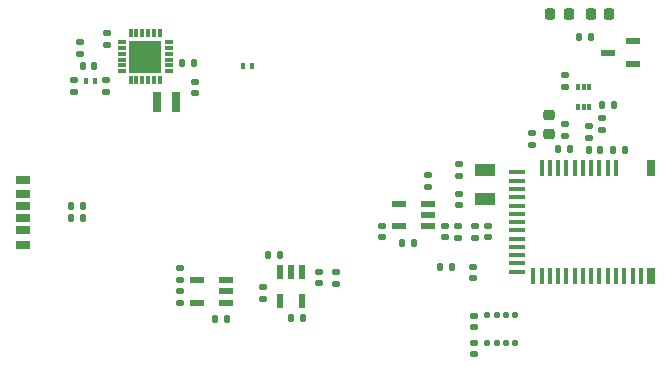
<source format=gtp>
%TF.GenerationSoftware,KiCad,Pcbnew,8.0.2-1*%
%TF.CreationDate,2024-09-30T14:56:41+09:00*%
%TF.ProjectId,gas_nrf52832,6761735f-6e72-4663-9532-3833322e6b69,rev?*%
%TF.SameCoordinates,Original*%
%TF.FileFunction,Paste,Top*%
%TF.FilePolarity,Positive*%
%FSLAX46Y46*%
G04 Gerber Fmt 4.6, Leading zero omitted, Abs format (unit mm)*
G04 Created by KiCad (PCBNEW 8.0.2-1) date 2024-09-30 14:56:41*
%MOMM*%
%LPD*%
G01*
G04 APERTURE LIST*
G04 Aperture macros list*
%AMRoundRect*
0 Rectangle with rounded corners*
0 $1 Rounding radius*
0 $2 $3 $4 $5 $6 $7 $8 $9 X,Y pos of 4 corners*
0 Add a 4 corners polygon primitive as box body*
4,1,4,$2,$3,$4,$5,$6,$7,$8,$9,$2,$3,0*
0 Add four circle primitives for the rounded corners*
1,1,$1+$1,$2,$3*
1,1,$1+$1,$4,$5*
1,1,$1+$1,$6,$7*
1,1,$1+$1,$8,$9*
0 Add four rect primitives between the rounded corners*
20,1,$1+$1,$2,$3,$4,$5,0*
20,1,$1+$1,$4,$5,$6,$7,0*
20,1,$1+$1,$6,$7,$8,$9,0*
20,1,$1+$1,$8,$9,$2,$3,0*%
G04 Aperture macros list end*
%ADD10RoundRect,0.135000X-0.185000X0.135000X-0.185000X-0.135000X0.185000X-0.135000X0.185000X0.135000X0*%
%ADD11RoundRect,0.135000X-0.135000X-0.185000X0.135000X-0.185000X0.135000X0.185000X-0.135000X0.185000X0*%
%ADD12R,0.800000X1.800000*%
%ADD13RoundRect,0.140000X-0.170000X0.140000X-0.170000X-0.140000X0.170000X-0.140000X0.170000X0.140000X0*%
%ADD14RoundRect,0.218750X-0.218750X-0.256250X0.218750X-0.256250X0.218750X0.256250X-0.218750X0.256250X0*%
%ADD15R,1.800000X1.000000*%
%ADD16RoundRect,0.140000X-0.140000X-0.170000X0.140000X-0.170000X0.140000X0.170000X-0.140000X0.170000X0*%
%ADD17R,0.400000X0.500000*%
%ADD18R,0.800000X0.300000*%
%ADD19R,0.300000X0.800000*%
%ADD20R,2.800000X2.800000*%
%ADD21RoundRect,0.140000X0.140000X0.170000X-0.140000X0.170000X-0.140000X-0.170000X0.140000X-0.170000X0*%
%ADD22RoundRect,0.140000X0.170000X-0.140000X0.170000X0.140000X-0.170000X0.140000X-0.170000X-0.140000X0*%
%ADD23R,0.300000X0.492000*%
%ADD24RoundRect,0.218750X0.256250X-0.218750X0.256250X0.218750X-0.256250X0.218750X-0.256250X-0.218750X0*%
%ADD25R,1.200000X0.600000*%
%ADD26RoundRect,0.125000X-0.125000X-0.137500X0.125000X-0.137500X0.125000X0.137500X-0.125000X0.137500X0*%
%ADD27RoundRect,0.147500X-0.172500X0.147500X-0.172500X-0.147500X0.172500X-0.147500X0.172500X0.147500X0*%
%ADD28R,0.800000X1.400000*%
%ADD29R,0.400000X1.400000*%
%ADD30R,1.400000X0.400000*%
%ADD31RoundRect,0.135000X0.135000X0.185000X-0.135000X0.185000X-0.135000X-0.185000X0.135000X-0.185000X0*%
%ADD32RoundRect,0.135000X0.185000X-0.135000X0.185000X0.135000X-0.185000X0.135000X-0.185000X-0.135000X0*%
%ADD33R,1.250000X0.600000*%
%ADD34RoundRect,0.218750X0.218750X0.256250X-0.218750X0.256250X-0.218750X-0.256250X0.218750X-0.256250X0*%
%ADD35R,1.200000X0.700000*%
%ADD36R,1.200000X0.760000*%
%ADD37R,1.200000X0.800000*%
%ADD38R,0.600000X1.200000*%
G04 APERTURE END LIST*
D10*
X143825000Y-86765000D03*
X143825000Y-87785000D03*
D11*
X127985000Y-96660000D03*
X129005000Y-96660000D03*
D12*
X108850000Y-84795000D03*
X107250000Y-84795000D03*
D13*
X109220000Y-100795000D03*
X109220000Y-101755000D03*
D14*
X140512500Y-77300000D03*
X142087500Y-77300000D03*
D10*
X141775000Y-82500000D03*
X141775000Y-83520000D03*
D15*
X135050000Y-90500000D03*
X135050000Y-93000000D03*
D16*
X143795000Y-88800000D03*
X144755000Y-88800000D03*
D17*
X114510000Y-81710000D03*
X115310000Y-81710000D03*
D18*
X108250000Y-82170000D03*
X108250000Y-81670000D03*
X108250000Y-81170000D03*
X108250000Y-80670000D03*
X108250000Y-80170000D03*
X108250000Y-79670000D03*
D19*
X107500000Y-78920000D03*
X107000000Y-78920000D03*
X106500000Y-78920000D03*
X106000000Y-78920000D03*
X105500000Y-78920000D03*
X105000000Y-78920000D03*
D18*
X104250000Y-79670000D03*
X104250000Y-80170000D03*
X104250000Y-80670000D03*
X104250000Y-81170000D03*
X104250000Y-81670000D03*
X104250000Y-82170000D03*
D19*
X105000000Y-82920000D03*
X105500000Y-82920000D03*
X106000000Y-82920000D03*
X106500000Y-82920000D03*
X107000000Y-82920000D03*
X107500000Y-82920000D03*
D20*
X106250000Y-80920000D03*
D21*
X113125000Y-103125000D03*
X112165000Y-103125000D03*
D22*
X102950000Y-83895000D03*
X102950000Y-82935000D03*
D23*
X142850000Y-85200000D03*
X143350000Y-85200000D03*
X143850000Y-85200000D03*
X143850000Y-83532000D03*
X143350000Y-83532000D03*
X142850000Y-83532000D03*
D22*
X100175000Y-83895000D03*
X100175000Y-82935000D03*
D24*
X140400000Y-87437500D03*
X140400000Y-85862500D03*
D25*
X130220000Y-95260000D03*
X130220000Y-94310000D03*
X130220000Y-93360000D03*
X127720000Y-93360000D03*
X127720000Y-95260000D03*
D10*
X132695000Y-95250000D03*
X132695000Y-96270000D03*
D26*
X135190000Y-102765000D03*
X135990000Y-102765000D03*
X136790000Y-102765000D03*
X137590000Y-102765000D03*
X137590000Y-105140000D03*
X136790000Y-105140000D03*
X135990000Y-105140000D03*
X135190000Y-105140000D03*
D13*
X110475000Y-83080000D03*
X110475000Y-84040000D03*
D11*
X144890000Y-85050000D03*
X145910000Y-85050000D03*
D13*
X100710000Y-79710000D03*
X100710000Y-80670000D03*
D17*
X101200000Y-82945000D03*
X102000000Y-82945000D03*
D11*
X131190000Y-98700000D03*
X132210000Y-98700000D03*
D27*
X141750000Y-86665000D03*
X141750000Y-87635000D03*
D28*
X149100000Y-90327500D03*
D29*
X146100000Y-90327500D03*
X145400000Y-90327500D03*
X144700000Y-90327500D03*
X144000000Y-90327500D03*
X143300000Y-90327500D03*
X142600000Y-90327500D03*
X141900000Y-90327500D03*
X141200000Y-90327500D03*
X140500000Y-90327500D03*
X139800000Y-90327500D03*
D30*
X137700000Y-90727500D03*
X137700000Y-91427500D03*
X137700000Y-92127500D03*
X137700000Y-92827500D03*
X137700000Y-93527500D03*
X137700000Y-94227500D03*
X137700000Y-94927500D03*
X137700000Y-95627500D03*
X137700000Y-96327500D03*
X137700000Y-97027500D03*
X137700000Y-97727500D03*
X137700000Y-98427500D03*
X137700000Y-99127500D03*
D29*
X139100000Y-99527500D03*
X139800000Y-99527500D03*
X140500000Y-99527500D03*
X141200000Y-99527500D03*
X141900000Y-99527500D03*
X142600000Y-99527500D03*
X143300000Y-99527500D03*
X144000000Y-99527500D03*
X144700000Y-99527500D03*
X145400000Y-99527500D03*
X146100000Y-99527500D03*
X146800000Y-99527500D03*
X147500000Y-99527500D03*
X148200000Y-99527500D03*
D28*
X149100000Y-99527500D03*
D31*
X146850000Y-88800000D03*
X145830000Y-88800000D03*
D22*
X134010000Y-99680000D03*
X134010000Y-98720000D03*
D16*
X141220000Y-88750000D03*
X142180000Y-88750000D03*
D13*
X120970000Y-99145000D03*
X120970000Y-100105000D03*
D32*
X130220000Y-91990000D03*
X130220000Y-90970000D03*
X116200000Y-101435000D03*
X116200000Y-100415000D03*
D22*
X126320000Y-96215000D03*
X126320000Y-95255000D03*
D32*
X109220000Y-99860000D03*
X109220000Y-98840000D03*
D22*
X132800000Y-91000000D03*
X132800000Y-90040000D03*
D25*
X113120000Y-101750000D03*
X113120000Y-100800000D03*
X113120000Y-99850000D03*
X110620000Y-99850000D03*
X110620000Y-101750000D03*
D31*
X143960000Y-79300000D03*
X142940000Y-79300000D03*
D16*
X118600000Y-103050000D03*
X119560000Y-103050000D03*
D13*
X134065000Y-102840000D03*
X134065000Y-103800000D03*
D33*
X147525000Y-81550000D03*
X147525000Y-79640000D03*
X145425000Y-80595000D03*
D11*
X99940000Y-94625000D03*
X100960000Y-94625000D03*
D10*
X122400000Y-99140000D03*
X122400000Y-100160000D03*
D34*
X145537500Y-77300000D03*
X143962500Y-77300000D03*
D21*
X101930000Y-81695000D03*
X100970000Y-81695000D03*
D22*
X139000000Y-88380000D03*
X139000000Y-87420000D03*
D32*
X134200000Y-96265000D03*
X134200000Y-95245000D03*
D10*
X102985000Y-78920000D03*
X102985000Y-79940000D03*
D11*
X99940000Y-93600000D03*
X100960000Y-93600000D03*
D32*
X144925000Y-87175000D03*
X144925000Y-86155000D03*
D13*
X132800000Y-92520000D03*
X132800000Y-93480000D03*
D35*
X95900000Y-93610000D03*
D36*
X95900000Y-95630000D03*
D37*
X95900000Y-96860000D03*
D35*
X95900000Y-94610000D03*
D36*
X95900000Y-92590000D03*
D37*
X95900000Y-91360000D03*
D22*
X134065000Y-106095000D03*
X134065000Y-105135000D03*
D31*
X117650000Y-97750000D03*
X116630000Y-97750000D03*
D13*
X131630000Y-95260000D03*
X131630000Y-96220000D03*
D38*
X119550000Y-99150000D03*
X118600000Y-99150000D03*
X117650000Y-99150000D03*
X117650000Y-101650000D03*
X119550000Y-101650000D03*
D22*
X135270000Y-96215000D03*
X135270000Y-95255000D03*
D21*
X110350000Y-81420000D03*
X109390000Y-81420000D03*
M02*

</source>
